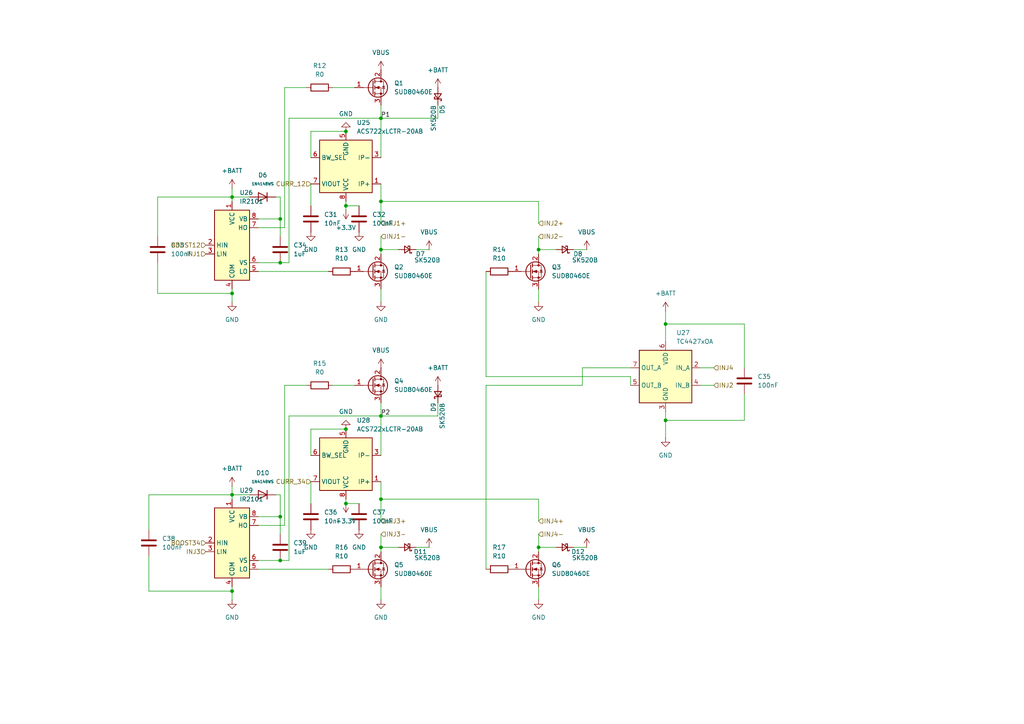
<source format=kicad_sch>
(kicad_sch (version 20250114) (generator "eeschema") (generator_version "9.0")
  (paper "A4")
  (lib_symbols
    (symbol "Device:C" (pin_numbers (hide yes)) (pin_names (offset 0.254))
      (property "Reference" "C" (at 0.635 2.54 0))
      (property "Value" "C" (at 0.635 -2.54 0))
      (symbol "C_0_1"
        (polyline (pts (xy -2.032 0.762) (xy 2.032 0.762)) (stroke (width 0.508)))
        (polyline (pts (xy -2.032 -0.762) (xy 2.032 -0.762)) (stroke (width 0.508)))
      )
      (symbol "C_1_1"
        (pin passive line (at 0 3.81 270) (length 2.794) (name "~") (number "1"))
        (pin passive line (at 0 -3.81 90) (length 2.794) (name "~") (number "2"))
      )
    )
    (symbol "Device:D_Schottky_Small" (pin_numbers (hide yes)) (pin_names (offset 0.254) (hide yes))
      (property "Reference" "D" (at -1.27 2.032 0))
      (property "Value" "D_Schottky_Small" (at -7.112 -2.032 0))
      (symbol "D_Schottky_Small_0_1"
        (polyline (pts (xy -1.27 0.762) (xy -1.27 1.016) (xy -0.762 1.016) (xy -0.762 -1.016) (xy -0.254 -1.016) (xy -0.254 -0.762)) (stroke (width 0.254)))
        (polyline (pts (xy -0.762 0) (xy 0.762 0)))
        (polyline (pts (xy 0.762 -1.016) (xy -0.762 0) (xy 0.762 1.016) (xy 0.762 -1.016)) (stroke (width 0.254)))
      )
      (symbol "D_Schottky_Small_1_1"
        (pin passive line (at -2.54 0 0) (length 1.778) (name "K") (number "1"))
        (pin passive line (at 2.54 0 180) (length 1.778) (name "A") (number "2"))
      )
    )
    (symbol "Device:R" (pin_numbers (hide yes)) (pin_names (offset 0))
      (property "Reference" "R" (at 2.032 0 90))
      (property "Value" "R" (at 0 0 90))
      (symbol "R_0_1"
        (rectangle (start -1.016 -2.54) (end 1.016 2.54) (stroke (width 0.254)))
      )
      (symbol "R_1_1"
        (pin passive line (at 0 3.81 270) (length 1.27) (name "~") (number "1"))
        (pin passive line (at 0 -3.81 90) (length 1.27) (name "~") (number "2"))
      )
    )
    (symbol "Driver_FET:IR2101"
      (property "Reference" "U" (at 1.27 13.335 0))
      (property "Value" "IR2101" (at 1.27 11.43 0))
      (symbol "IR2101_0_1"
        (rectangle (start -5.08 -10.16) (end 5.08 10.16) (stroke (width 0.254)) (fill (type background)))
      )
      (symbol "IR2101_1_1"
        (pin input line (at -7.62 0 0) (length 2.54) (name "HIN") (number "2"))
        (pin input line (at -7.62 -2.54 0) (length 2.54) (name "LIN") (number "3"))
        (pin power_in line (at 0 12.7 270) (length 2.54) (name "VCC") (number "1"))
        (pin power_in line (at 0 -12.7 90) (length 2.54) (name "COM") (number "4"))
        (pin passive line (at 7.62 7.62 180) (length 2.54) (name "VB") (number "8"))
        (pin output line (at 7.62 5.08 180) (length 2.54) (name "HO") (number "7"))
        (pin passive line (at 7.62 -5.08 180) (length 2.54) (name "VS") (number "6"))
        (pin output line (at 7.62 -7.62 180) (length 2.54) (name "LO") (number "5"))
      )
    )
    (symbol "Driver_FET:TC4427xOA"
      (property "Reference" "U" (at -7.62 8.89 0))
      (property "Value" "TC4427xOA" (at 1.27 8.89 0))
      (symbol "TC4427xOA_0_1"
        (rectangle (start -7.62 -7.62) (end 7.62 7.62) (stroke (width 0.254)) (fill (type background)))
      )
      (symbol "TC4427xOA_1_1"
        (pin input line (at -10.16 2.54 0) (length 2.54) (name "IN_A") (number "2"))
        (pin input line (at -10.16 -2.54 0) (length 2.54) (name "IN_B") (number "4"))
        (pin no_connect line (at -7.62 0 0) (length 2.54) (hide yes) (name "NC") (number "1"))
        (pin power_in line (at 0 10.16 270) (length 2.54) (name "VDD") (number "6"))
        (pin power_in line (at 0 -10.16 90) (length 2.54) (name "GND") (number "3"))
        (pin no_connect line (at 7.62 0 180) (length 2.54) (hide yes) (name "NC") (number "8"))
        (pin output line (at 10.16 2.54 180) (length 2.54) (name "OUT_A") (number "7"))
        (pin output line (at 10.16 -2.54 180) (length 2.54) (name "OUT_B") (number "5"))
      )
    )
    (symbol "PCM_JLCPCB-Diodes:Switching,1N4148WS" (pin_numbers (hide yes)) (pin_names (offset 0))
      (property "Reference" "D" (at 2.032 0.834 0))
      (property "Value" "1N4148WS" (at 2.032 -1.2122 0))
      (symbol "Switching,1N4148WS_0_1"
        (polyline (pts (xy -1.27 1.27) (xy 0 -1.27) (xy 1.27 1.27) (xy -1.27 1.27)) (stroke (width 0.254)))
        (polyline (pts (xy -1.27 -1.27) (xy 1.27 -1.27)) (stroke (width 0.254)))
      )
      (symbol "Switching,1N4148WS_1_1"
        (pin passive line (at 0 3.81 270) (length 3.81) (name "~") (number "2"))
        (pin passive line (at 0 -3.81 90) (length 3.81) (name "~") (number "1"))
      )
    )
    (symbol "Sensor_Current:ACS722xLCTR-20AB"
      (property "Reference" "U" (at 2.54 11.43 0))
      (property "Value" "ACS722xLCTR-20AB" (at 2.54 8.89 0))
      (symbol "ACS722xLCTR-20AB_0_1"
        (rectangle (start -7.62 7.62) (end 7.62 -7.62) (stroke (width 0.254)) (fill (type background)))
      )
      (symbol "ACS722xLCTR-20AB_1_1"
        (pin passive line (at -10.16 5.08 0) (length 2.54) (name "IP+") (number "1"))
        (pin passive line (at -10.16 5.08 0) (length 2.54) (hide yes) (name "IP+") (number "2"))
        (pin passive line (at -10.16 -2.54 0) (length 2.54) (name "IP-") (number "3"))
        (pin passive line (at -10.16 -2.54 0) (length 2.54) (hide yes) (name "IP-") (number "4"))
        (pin power_in line (at 0 10.16 270) (length 2.54) (name "VCC") (number "8"))
        (pin power_in line (at 0 -10.16 90) (length 2.54) (name "GND") (number "5"))
        (pin output line (at 10.16 5.08 180) (length 2.54) (name "VIOUT") (number "7"))
        (pin input line (at 10.16 -2.54 180) (length 2.54) (name "BW_SEL") (number "6"))
      )
    )
    (symbol "Transistor_FET:Q_NMOS_GDS" (pin_names (offset 0) (hide yes))
      (property "Reference" "Q" (at 5.08 1.905 0))
      (property "Value" "Q_NMOS_GDS" (at 5.08 0 0))
      (symbol "Q_NMOS_GDS_0_1"
        (polyline (pts (xy 0.254 1.905) (xy 0.254 -1.905)) (stroke (width 0.254)))
        (polyline (pts (xy 0.254 0) (xy -2.54 0)))
        (polyline (pts (xy 0.762 2.286) (xy 0.762 1.27)) (stroke (width 0.254)))
        (polyline (pts (xy 0.762 0.508) (xy 0.762 -0.508)) (stroke (width 0.254)))
        (polyline (pts (xy 0.762 -1.27) (xy 0.762 -2.286)) (stroke (width 0.254)))
        (polyline (pts (xy 0.762 -1.778) (xy 3.302 -1.778) (xy 3.302 1.778) (xy 0.762 1.778)))
        (polyline (pts (xy 1.016 0) (xy 2.032 0.381) (xy 2.032 -0.381) (xy 1.016 0)) (fill (type outline)))
        (circle (center 1.651 0) (radius 2.794) (stroke (width 0.254)))
        (polyline (pts (xy 2.54 2.54) (xy 2.54 1.778)))
        (circle (center 2.54 1.778) (radius 0.254) (fill (type outline)))
        (circle (center 2.54 -1.778) (radius 0.254) (fill (type outline)))
        (polyline (pts (xy 2.54 -2.54) (xy 2.54 0) (xy 0.762 0)))
        (polyline (pts (xy 2.921 0.381) (xy 3.683 0.381)))
        (polyline (pts (xy 3.302 0.381) (xy 2.921 -0.254) (xy 3.683 -0.254) (xy 3.302 0.381)))
      )
      (symbol "Q_NMOS_GDS_1_1"
        (pin input line (at -5.08 0 0) (length 2.54) (name "G") (number "1"))
        (pin passive line (at 2.54 5.08 270) (length 2.54) (name "D") (number "2"))
        (pin passive line (at 2.54 -5.08 90) (length 2.54) (name "S") (number "3"))
      )
    )
    (symbol "power:+3.3V" (power) (pin_numbers (hide yes)) (pin_names (offset 0) (hide yes))
      (property "Value" "+3.3V" (at 0 3.556 0))
      (symbol "+3.3V_0_1"
        (polyline (pts (xy -0.762 1.27) (xy 0 2.54)))
        (polyline (pts (xy 0 2.54) (xy 0.762 1.27)))
        (polyline (pts (xy 0 0) (xy 0 2.54)))
      )
      (symbol "+3.3V_1_1"
        (pin power_in line (at 0 0 90) (length 0) (name "~") (number "1"))
      )
    )
    (symbol "power:+BATT" (power) (pin_numbers (hide yes)) (pin_names (offset 0) (hide yes))
      (property "Value" "+BATT" (at 0 3.556 0))
      (symbol "+BATT_0_1"
        (polyline (pts (xy -0.762 1.27) (xy 0 2.54)))
        (polyline (pts (xy 0 2.54) (xy 0.762 1.27)))
        (polyline (pts (xy 0 0) (xy 0 2.54)))
      )
      (symbol "+BATT_1_1"
        (pin power_in line (at 0 0 90) (length 0) (name "~") (number "1"))
      )
    )
    (symbol "power:GND" (power) (pin_numbers (hide yes)) (pin_names (offset 0) (hide yes))
      (property "Value" "GND" (at 0 -3.81 0))
      (symbol "GND_0_1"
        (polyline (pts (xy 0 0) (xy 0 -1.27) (xy 1.27 -1.27) (xy 0 -2.54) (xy -1.27 -1.27) (xy 0 -1.27)))
      )
      (symbol "GND_1_1"
        (pin power_in line (at 0 0 270) (length 0) (name "~") (number "1"))
      )
    )
    (symbol "power:VBUS" (power) (pin_numbers (hide yes)) (pin_names (offset 0) (hide yes))
      (property "Value" "VBUS" (at 0 3.556 0))
      (symbol "VBUS_0_1"
        (polyline (pts (xy -0.762 1.27) (xy 0 2.54)))
        (polyline (pts (xy 0 2.54) (xy 0.762 1.27)))
        (polyline (pts (xy 0 0) (xy 0 2.54)))
      )
      (symbol "VBUS_1_1"
        (pin power_in line (at 0 0 90) (length 0) (name "~") (number "1"))
      )
    )
  )
  (junction (at 67.31 143.51))
  (junction (at 100.33 59.69))
  (junction (at 81.28 149.86))
  (junction (at 110.49 72.39))
  (junction (at 156.21 158.75))
  (junction (at 67.31 57.15))
  (junction (at 67.31 171.45))
  (junction (at 110.49 144.78))
  (junction (at 81.28 76.2))
  (junction (at 110.49 120.65))
  (junction (at 110.49 58.42))
  (junction (at 193.04 93.98))
  (junction (at 156.21 72.39))
  (junction (at 100.33 146.05))
  (junction (at 67.31 85.09))
  (junction (at 81.28 162.56))
  (junction (at 110.49 158.75))
  (junction (at 193.04 121.92))
  (junction (at 110.49 34.29))
  (junction (at 100.33 124.46))
  (junction (at 81.28 63.5))
  (junction (at 100.33 38.1))
  (wire (pts (xy 81.28 143.51) (xy 80.01 143.51)))
  (wire (pts (xy 110.49 58.42) (xy 110.49 64.77)))
  (wire (pts (xy 43.18 171.45) (xy 67.31 171.45)))
  (wire (pts (xy 90.17 124.46) (xy 100.33 124.46)))
  (wire (pts (xy 83.82 34.29) (xy 83.82 76.2)))
  (wire (pts (xy 156.21 154.94) (xy 156.21 158.75)))
  (wire (pts (xy 156.21 170.18) (xy 156.21 173.99)))
  (wire (pts (xy 110.49 30.48) (xy 110.49 34.29)))
  (wire (pts (xy 110.49 170.18) (xy 110.49 173.99)))
  (wire (pts (xy 67.31 143.51) (xy 72.39 143.51)))
  (wire (pts (xy 45.72 68.58) (xy 45.72 57.15)))
  (wire (pts (xy 115.57 158.75) (xy 110.49 158.75)))
  (wire (pts (xy 43.18 161.29) (xy 43.18 171.45)))
  (wire (pts (xy 90.17 38.1) (xy 100.33 38.1)))
  (wire (pts (xy 96.52 25.4) (xy 102.87 25.4)))
  (wire (pts (xy 45.72 57.15) (xy 67.31 57.15)))
  (wire (pts (xy 67.31 143.51) (xy 67.31 144.78)))
  (wire (pts (xy 83.82 76.2) (xy 81.28 76.2)))
  (wire (pts (xy 140.97 111.76) (xy 140.97 165.1)))
  (wire (pts (xy 81.28 57.15) (xy 80.01 57.15)))
  (wire (pts (xy 110.49 34.29) (xy 83.82 34.29)))
  (wire (pts (xy 156.21 58.42) (xy 110.49 58.42)))
  (wire (pts (xy 81.28 149.86) (xy 81.28 143.51)))
  (wire (pts (xy 74.93 66.04) (xy 82.55 66.04)))
  (wire (pts (xy 110.49 83.82) (xy 110.49 87.63)))
  (wire (pts (xy 74.93 149.86) (xy 81.28 149.86)))
  (wire (pts (xy 110.49 53.34) (xy 110.49 58.42)))
  (wire (pts (xy 110.49 120.65) (xy 83.82 120.65)))
  (wire (pts (xy 81.28 149.86) (xy 81.28 154.94)))
  (wire (pts (xy 156.21 68.58) (xy 156.21 72.39)))
  (wire (pts (xy 193.04 121.92) (xy 193.04 119.38)))
  (wire (pts (xy 100.33 59.69) (xy 100.33 58.42)))
  (wire (pts (xy 82.55 66.04) (xy 82.55 25.4)))
  (wire (pts (xy 67.31 140.97) (xy 67.31 143.51)))
  (wire (pts (xy 140.97 109.22) (xy 182.88 109.22)))
  (wire (pts (xy 110.49 139.7) (xy 110.49 144.78)))
  (wire (pts (xy 81.28 63.5) (xy 81.28 57.15)))
  (wire (pts (xy 90.17 132.08) (xy 90.17 124.46)))
  (wire (pts (xy 81.28 63.5) (xy 81.28 68.58)))
  (wire (pts (xy 90.17 59.69) (xy 90.17 53.34)))
  (wire (pts (xy 74.93 76.2) (xy 81.28 76.2)))
  (wire (pts (xy 67.31 57.15) (xy 67.31 58.42)))
  (wire (pts (xy 43.18 143.51) (xy 67.31 143.51)))
  (wire (pts (xy 67.31 83.82) (xy 67.31 85.09)))
  (wire (pts (xy 161.29 72.39) (xy 156.21 72.39)))
  (wire (pts (xy 182.88 109.22) (xy 182.88 111.76)))
  (wire (pts (xy 156.21 144.78) (xy 110.49 144.78)))
  (wire (pts (xy 67.31 57.15) (xy 72.39 57.15)))
  (wire (pts (xy 156.21 83.82) (xy 156.21 87.63)))
  (wire (pts (xy 67.31 171.45) (xy 67.31 173.99)))
  (wire (pts (xy 100.33 60.96) (xy 100.33 59.69)))
  (wire (pts (xy 203.2 106.68) (xy 207.01 106.68)))
  (wire (pts (xy 161.29 158.75) (xy 156.21 158.75)))
  (wire (pts (xy 193.04 127) (xy 193.04 121.92)))
  (wire (pts (xy 115.57 72.39) (xy 110.49 72.39)))
  (wire (pts (xy 215.9 121.92) (xy 193.04 121.92)))
  (wire (pts (xy 110.49 34.29) (xy 127 34.29)))
  (wire (pts (xy 127 34.29) (xy 127 30.48)))
  (wire (pts (xy 43.18 153.67) (xy 43.18 143.51)))
  (wire (pts (xy 83.82 162.56) (xy 81.28 162.56)))
  (wire (pts (xy 45.72 85.09) (xy 67.31 85.09)))
  (wire (pts (xy 156.21 151.13) (xy 156.21 144.78)))
  (wire (pts (xy 110.49 144.78) (xy 110.49 151.13)))
  (wire (pts (xy 124.46 72.39) (xy 120.65 72.39)))
  (wire (pts (xy 193.04 93.98) (xy 193.04 99.06)))
  (wire (pts (xy 215.9 93.98) (xy 193.04 93.98)))
  (wire (pts (xy 110.49 68.58) (xy 110.49 72.39)))
  (wire (pts (xy 82.55 111.76) (xy 88.9 111.76)))
  (wire (pts (xy 168.91 111.76) (xy 168.91 106.68)))
  (wire (pts (xy 110.49 120.65) (xy 127 120.65)))
  (wire (pts (xy 140.97 78.74) (xy 140.97 109.22)))
  (wire (pts (xy 156.21 158.75) (xy 156.21 160.02)))
  (wire (pts (xy 110.49 154.94) (xy 110.49 158.75)))
  (wire (pts (xy 67.31 54.61) (xy 67.31 57.15)))
  (wire (pts (xy 193.04 90.17) (xy 193.04 93.98)))
  (wire (pts (xy 74.93 152.4) (xy 82.55 152.4)))
  (wire (pts (xy 90.17 146.05) (xy 90.17 139.7)))
  (wire (pts (xy 90.17 45.72) (xy 90.17 38.1)))
  (wire (pts (xy 82.55 152.4) (xy 82.55 111.76)))
  (wire (pts (xy 74.93 63.5) (xy 81.28 63.5)))
  (wire (pts (xy 110.49 116.84) (xy 110.49 120.65)))
  (wire (pts (xy 100.33 59.69) (xy 104.14 59.69)))
  (wire (pts (xy 74.93 162.56) (xy 81.28 162.56)))
  (wire (pts (xy 156.21 72.39) (xy 156.21 73.66)))
  (wire (pts (xy 140.97 111.76) (xy 168.91 111.76)))
  (wire (pts (xy 203.2 111.76) (xy 207.01 111.76)))
  (wire (pts (xy 100.33 146.05) (xy 104.14 146.05)))
  (wire (pts (xy 74.93 165.1) (xy 95.25 165.1)))
  (wire (pts (xy 82.55 25.4) (xy 88.9 25.4)))
  (wire (pts (xy 215.9 106.68) (xy 215.9 93.98)))
  (wire (pts (xy 83.82 120.65) (xy 83.82 162.56)))
  (wire (pts (xy 170.18 72.39) (xy 166.37 72.39)))
  (wire (pts (xy 96.52 111.76) (xy 102.87 111.76)))
  (wire (pts (xy 127 120.65) (xy 127 116.84)))
  (wire (pts (xy 74.93 78.74) (xy 95.25 78.74)))
  (wire (pts (xy 100.33 146.05) (xy 100.33 144.78)))
  (wire (pts (xy 67.31 85.09) (xy 67.31 87.63)))
  (wire (pts (xy 110.49 72.39) (xy 110.49 73.66)))
  (wire (pts (xy 170.18 158.75) (xy 166.37 158.75)))
  (wire (pts (xy 215.9 114.3) (xy 215.9 121.92)))
  (wire (pts (xy 124.46 158.75) (xy 120.65 158.75)))
  (wire (pts (xy 110.49 120.65) (xy 110.49 132.08)))
  (wire (pts (xy 168.91 106.68) (xy 182.88 106.68)))
  (wire (pts (xy 110.49 158.75) (xy 110.49 160.02)))
  (wire (pts (xy 67.31 170.18) (xy 67.31 171.45)))
  (wire (pts (xy 110.49 34.29) (xy 110.49 45.72)))
  (wire (pts (xy 156.21 64.77) (xy 156.21 58.42)))
  (wire (pts (xy 45.72 76.2) (xy 45.72 85.09)))
  (label "P1" (at 110.49 34.29 0))
  (label "P2" (at 110.49 120.65 0))
  (hierarchical_label "INJ1-" (shape input) (at 110.49 68.58 0))
  (hierarchical_label "INJ2-" (shape input) (at 156.21 68.58 0))
  (hierarchical_label "INJ4-" (shape input) (at 156.21 154.94 0))
  (hierarchical_label "INJ4" (shape input) (at 207.01 106.68 0))
  (hierarchical_label "INJ4+" (shape input) (at 156.21 151.13 0))
  (hierarchical_label "CURR_12" (shape input) (at 90.17 53.34 180))
  (hierarchical_label "CURR_34" (shape input) (at 90.17 139.7 180))
  (hierarchical_label "BOOST12" (shape input) (at 59.69 71.12 180))
  (hierarchical_label "INJ3+" (shape input) (at 110.49 151.13 0))
  (hierarchical_label "INJ2+" (shape input) (at 156.21 64.77 0))
  (hierarchical_label "INJ1+" (shape input) (at 110.49 64.77 0))
  (hierarchical_label "INJ3" (shape input) (at 59.69 160.02 180))
  (hierarchical_label "INJ3-" (shape input) (at 110.49 154.94 0))
  (hierarchical_label "INJ2" (shape input) (at 207.01 111.76 0))
  (hierarchical_label "INJ1" (shape input) (at 59.69 73.66 180))
  (hierarchical_label "BOOST34" (shape input) (at 59.69 157.48 180))
  (symbol (lib_id "power:+3.3V") (at 100.33 60.96 180) (unit 1)
    (property "Reference" "#PWR0124" (effects (hide yes)))
    (property "Value" "+3.3V" (at 100.33 66.04 0))
    (property "Description" "Power symbol creates a global label with name \"+3.3V\"" (effects (hide yes)))
    (instances (project "RT_STACK" (path "" (reference "#PWR0124") (unit 1)) (path "" (reference "#PWR0150") (unit 1)) (path "" (reference "#PWR0176") (unit 1))))
  )
  (symbol (lib_id "PCM_JLCPCB-Diodes:Switching,1N4148WS") (at 76.2 143.51 90) (unit 1)
    (property "Reference" "D10" (at 76.2 137.16 90))
    (property "Value" "1N4148WS" (at 76.2 139.7 90) (effects (font (size 0.8 0.8))))
    (property "Footprint" "PCM_JLCPCB:D_SOD-323" (effects (hide yes)))
    (property "Datasheet" "https://www.lcsc.com/datasheet/lcsc_datasheet_1810101110_Jiangsu-Changjing-Electronics-Technology-Co---Ltd--1N4148WS_C2128.pdf" (effects (hide yes)))
    (property "Description" "100V Independent Type 1.25V@150mA 4ns 150mA SOD-323 Switching Diodes ROHS" (effects (hide yes)))
    (property "LCSC" "C2128" (effects (hide yes)))
    (property "Stock" "2910418" (effects (hide yes)))
    (property "Price" "0.012USD" (effects (hide yes)))
    (property "Process" "SMT" (effects (hide yes)))
    (property "Minimum Qty" "20" (effects (hide yes)))
    (property "Attrition Qty" "10" (effects (hide yes)))
    (property "Class" "Basic Component" (effects (hide yes)))
    (property "Category" "Diodes,Switching Diode" (effects (hide yes)))
    (property "Manufacturer" "Changjiang Electronics Tech (CJ)" (effects (hide yes)))
    (property "Part" "1N4148WS" (effects (hide yes)))
    (property "Rectified Current" "150mA" (effects (hide yes)))
    (property "Forward Voltage (Vf@If)" "1.25V@150mA" (effects (hide yes)))
    (property "Reverse Voltage (Vr)" "100V" (effects (hide yes)))
    (property "Reverse Recovery Time (trr)" "4ns" (effects (hide yes)))
    (property "Diode Configuration" "Independent Type" (effects (hide yes)))
    (property "Reverse Leakage Current" "1uA@75V" (effects (hide yes)))
    (instances (project "RT_STACK" (path "" (reference "D10") (unit 1)) (path "" (reference "D18") (unit 1)) (path "" (reference "D26") (unit 1))))
  )
  (symbol (lib_id "power:GND") (at 110.49 173.99 0) (unit 1)
    (property "Reference" "#PWR0144" (effects (hide yes)))
    (property "Value" "GND" (at 110.49 179.07 0))
    (property "Description" "Power symbol creates a global label with name \"GND\" , ground" (effects (hide yes)))
    (instances (project "RT_STACK" (path "" (reference "#PWR0144") (unit 1)) (path "" (reference "#PWR0170") (unit 1)) (path "" (reference "#PWR0196") (unit 1))))
  )
  (symbol (lib_id "power:+BATT") (at 67.31 54.61 0) (unit 1)
    (property "Reference" "#PWR0123" (effects (hide yes)))
    (property "Value" "+BATT" (at 67.31 49.53 0))
    (property "Description" "Power symbol creates a global label with name \"+BATT\"" (effects (hide yes)))
    (instances (project "RT_STACK" (path "" (reference "#PWR0123") (unit 1)) (path "" (reference "#PWR0149") (unit 1)) (path "" (reference "#PWR0175") (unit 1))))
  )
  (symbol (lib_id "Device:R") (at 99.06 165.1 270) (mirror x) (unit 1)
    (property "Reference" "R16" (at 99.06 158.75 90))
    (property "Value" "R10" (at 99.06 161.29 90))
    (property "Footprint" "Resistor_SMD:R_0402_1005Metric" (effects (hide yes)))
    (property "Description" "Resistor" (effects (hide yes)))
    (instances (project "RT_STACK" (path "" (reference "R16") (unit 1)) (path "" (reference "R22") (unit 1)) (path "" (reference "R28") (unit 1))))
  )
  (symbol (lib_id "power:GND") (at 100.33 38.1 180) (unit 1)
    (property "Reference" "#PWR0122" (effects (hide yes)))
    (property "Value" "GND" (at 100.33 33.02 0))
    (property "Description" "Power symbol creates a global label with name \"GND\" , ground" (effects (hide yes)))
    (instances (project "RT_STACK" (path "" (reference "#PWR0122") (unit 1)) (path "" (reference "#PWR0148") (unit 1)) (path "" (reference "#PWR0174") (unit 1))))
  )
  (symbol (lib_id "power:GND") (at 104.14 67.31 0) (unit 1)
    (property "Reference" "#PWR0126" (effects (hide yes)))
    (property "Value" "GND" (at 104.14 72.39 0))
    (property "Description" "Power symbol creates a global label with name \"GND\" , ground" (effects (hide yes)))
    (instances (project "RT_STACK" (path "" (reference "#PWR0126") (unit 1)) (path "" (reference "#PWR0152") (unit 1)) (path "" (reference "#PWR0178") (unit 1))))
  )
  (symbol (lib_id "power:VBUS") (at 110.49 20.32 0) (unit 1)
    (property "Reference" "#PWR0120" (effects (hide yes)))
    (property "Value" "VBUS" (at 110.49 15.24 0))
    (property "Description" "Power symbol creates a global label with name \"VBUS\"" (effects (hide yes)))
    (instances (project "RT_STACK" (path "" (reference "#PWR0120") (unit 1)) (path "" (reference "#PWR0146") (unit 1)) (path "" (reference "#PWR0172") (unit 1))))
  )
  (symbol (lib_id "power:VBUS") (at 110.49 106.68 0) (unit 1)
    (property "Reference" "#PWR0133" (effects (hide yes)))
    (property "Value" "VBUS" (at 110.49 101.6 0))
    (property "Description" "Power symbol creates a global label with name \"VBUS\"" (effects (hide yes)))
    (instances (project "RT_STACK" (path "" (reference "#PWR0133") (unit 1)) (path "" (reference "#PWR0159") (unit 1)) (path "" (reference "#PWR0185") (unit 1))))
  )
  (symbol (lib_id "power:GND") (at 110.49 87.63 0) (unit 1)
    (property "Reference" "#PWR0130" (effects (hide yes)))
    (property "Value" "GND" (at 110.49 92.71 0))
    (property "Description" "Power symbol creates a global label with name \"GND\" , ground" (effects (hide yes)))
    (instances (project "RT_STACK" (path "" (reference "#PWR0130") (unit 1)) (path "" (reference "#PWR0156") (unit 1)) (path "" (reference "#PWR0182") (unit 1))))
  )
  (symbol (lib_id "Transistor_FET:Q_NMOS_GDS") (at 107.95 78.74 0) (unit 1)
    (property "Reference" "Q2" (at 114.3 77.4699 0) (effects (justify left)))
    (property "Value" "SUD80460E" (at 114.3 80.0099 0) (effects (justify left)))
    (property "Footprint" "Package_TO_SOT_SMD:TO-252-2" (effects (hide yes)))
    (property "Description" "N-MOSFET transistor, gate/drain/source" (effects (hide yes)))
    (instances (project "RT_STACK" (path "" (reference "Q2") (unit 1)) (path "" (reference "Q8") (unit 1)) (path "" (reference "Q14") (unit 1))))
  )
  (symbol (lib_id "Sensor_Current:ACS722xLCTR-20AB") (at 100.33 134.62 180) (unit 1)
    (property "Reference" "U28" (at 103.4481 121.92 0) (effects (justify right)))
    (property "Value" "ACS722xLCTR-20AB" (at 103.4481 124.46 0) (effects (justify right)))
    (property "Footprint" "Package_SO:SOIC-8_3.9x4.9mm_P1.27mm" (effects (hide yes)))
    (property "Datasheet" "http://www.allegromicro.com/~/media/Files/Datasheets/ACS722-Datasheet.ashx?la=en" (effects (hide yes)))
    (property "Description" "±20A Bidirectional Hall-Effect Current Sensor, +3.3V supply, 66mV/A, SOIC-8" (effects (hide yes)))
    (instances (project "RT_STACK" (path "" (reference "U28") (unit 1)) (path "" (reference "U33") (unit 1)) (path "" (reference "U38") (unit 1))))
  )
  (symbol (lib_id "Device:D_Schottky_Small") (at 118.11 158.75 180) (unit 1)
    (property "Reference" "D11" (at 121.92 160.02 0))
    (property "Value" "SK520B" (at 123.952 161.798 0))
    (property "Footprint" "Diode_SMD:D_SMB" (effects (hide yes)))
    (property "LCSC" "C139681" (effects (hide yes)))
    (instances (project "RT_STACK" (path "" (reference "D11") (unit 1)) (path "" (reference "D19") (unit 1)) (path "" (reference "D27") (unit 1))))
  )
  (symbol (lib_id "Device:D_Schottky_Small") (at 127 114.3 90) (unit 1)
    (property "Reference" "D9" (at 125.73 118.11 0))
    (property "Value" "SK520B" (at 128.27 120.65 0))
    (property "Footprint" "Diode_SMD:D_SMB" (effects (hide yes)))
    (property "LCSC" "C139681" (effects (hide yes)))
    (instances (project "RT_STACK" (path "" (reference "D9") (unit 1)) (path "" (reference "D17") (unit 1)) (path "" (reference "D25") (unit 1))))
  )
  (symbol (lib_id "power:GND") (at 90.17 153.67 0) (unit 1)
    (property "Reference" "#PWR0139" (effects (hide yes)))
    (property "Value" "GND" (at 90.17 158.75 0))
    (property "Description" "Power symbol creates a global label with name \"GND\" , ground" (effects (hide yes)))
    (instances (project "RT_STACK" (path "" (reference "#PWR0139") (unit 1)) (path "" (reference "#PWR0165") (unit 1)) (path "" (reference "#PWR0191") (unit 1))))
  )
  (symbol (lib_id "Device:C") (at 81.28 72.39 0) (unit 1)
    (property "Reference" "C34" (at 85.09 71.1199 0) (effects (justify left)))
    (property "Value" "1uF" (at 85.09 73.6599 0) (effects (justify left)))
    (property "Footprint" "Capacitor_SMD:C_0402_1005Metric" (effects (hide yes)))
    (property "Datasheet" "GRM155R61H105KE05D" (effects (hide yes)))
    (property "Description" "Unpolarized capacitor" (effects (hide yes)))
    (property "Field5" "C1518208" (effects (hide yes)))
    (instances (project "RT_STACK" (path "" (reference "C34") (unit 1)) (path "" (reference "C43") (unit 1)) (path "" (reference "C52") (unit 1))))
  )
  (symbol (lib_id "Device:C") (at 104.14 149.86 0) (unit 1)
    (property "Reference" "C37" (at 107.95 148.5899 0) (effects (justify left)))
    (property "Value" "100nF" (at 107.95 151.1299 0) (effects (justify left)))
    (property "Footprint" "Capacitor_SMD:C_0402_1005Metric" (effects (hide yes)))
    (property "Description" "Unpolarized capacitor" (effects (hide yes)))
    (instances (project "RT_STACK" (path "" (reference "C37") (unit 1)) (path "" (reference "C46") (unit 1)) (path "" (reference "C55") (unit 1))))
  )
  (symbol (lib_id "Device:R") (at 144.78 78.74 90) (unit 1)
    (property "Reference" "R14" (at 144.78 72.39 90))
    (property "Value" "R10" (at 144.78 74.93 90))
    (property "Footprint" "Resistor_SMD:R_0402_1005Metric" (effects (hide yes)))
    (property "Description" "Resistor" (effects (hide yes)))
    (instances (project "RT_STACK" (path "" (reference "R14") (unit 1)) (path "" (reference "R20") (unit 1)) (path "" (reference "R26") (unit 1))))
  )
  (symbol (lib_id "Device:C") (at 43.18 157.48 0) (unit 1)
    (property "Reference" "C38" (at 46.99 156.2099 0) (effects (justify left)))
    (property "Value" "100nF" (at 46.99 158.7499 0) (effects (justify left)))
    (property "Footprint" "Capacitor_SMD:C_0402_1005Metric" (effects (hide yes)))
    (property "Description" "Unpolarized capacitor" (effects (hide yes)))
    (instances (project "RT_STACK" (path "" (reference "C38") (unit 1)) (path "" (reference "C47") (unit 1)) (path "" (reference "C56") (unit 1))))
  )
  (symbol (lib_id "power:GND") (at 156.21 173.99 0) (unit 1)
    (property "Reference" "#PWR0145" (effects (hide yes)))
    (property "Value" "GND" (at 156.21 179.07 0))
    (property "Description" "Power symbol creates a global label with name \"GND\" , ground" (effects (hide yes)))
    (instances (project "RT_STACK" (path "" (reference "#PWR0145") (unit 1)) (path "" (reference "#PWR0171") (unit 1)) (path "" (reference "#PWR0197") (unit 1))))
  )
  (symbol (lib_id "power:+BATT") (at 127 111.76 0) (unit 1)
    (property "Reference" "#PWR0134" (effects (hide yes)))
    (property "Value" "+BATT" (at 127 106.68 0))
    (property "Description" "Power symbol creates a global label with name \"+BATT\"" (effects (hide yes)))
    (instances (project "RT_STACK" (path "" (reference "#PWR0134") (unit 1)) (path "" (reference "#PWR0160") (unit 1)) (path "" (reference "#PWR0186") (unit 1))))
  )
  (symbol (lib_id "Driver_FET:IR2101") (at 67.31 71.12 0) (unit 1)
    (property "Reference" "U26" (at 69.4533 55.88 0) (effects (justify left)))
    (property "Value" "IR2101" (at 69.4533 58.42 0) (effects (justify left)))
    (property "Footprint" "PCM_JLCPCB:SOIC-8_3.9x4.9mm_P1.27mm" (effects (hide yes)))
    (property "Datasheet" "https://www.infineon.com/dgdl/ir2101.pdf?fileId=5546d462533600a4015355c7a755166c" (effects (hide yes)))
    (property "Description" "High and Low Side Driver, 600V, 210/360mA, PDIP-8/SOIC-8" (effects (hide yes)))
    (instances (project "RT_STACK" (path "" (reference "U26") (unit 1)) (path "" (reference "U31") (unit 1)) (path "" (reference "U36") (unit 1))))
  )
  (symbol (lib_id "Driver_FET:TC4427xOA") (at 193.04 109.22 0) (mirror y) (unit 1)
    (property "Reference" "U27" (at 196.1581 96.52 0) (effects (justify right)))
    (property "Value" "TC4427xOA" (at 196.1581 99.06 0) (effects (justify right)))
    (property "Footprint" "Package_SO:SOIC-8_3.9x4.9mm_P1.27mm" (effects (hide yes)))
    (property "Datasheet" "https://ww1.microchip.com/downloads/en/DeviceDoc/20001422G.pdf" (effects (hide yes)))
    (property "Description" "1.5A Dual High-Speed Power MOSFET Drivers, 4.5...18V supply, TTL/CMOS compatible inputs, non-inverting drivers, SOIC-8" (effects (hide yes)))
    (property "JLC" "C640788" (effects (hide yes)))
    (instances (project "RT_STACK" (path "" (reference "U27") (unit 1)) (path "" (reference "U32") (unit 1)) (path "" (reference "U37") (unit 1))))
  )
  (symbol (lib_id "Device:C") (at 90.17 149.86 0) (unit 1)
    (property "Reference" "C36" (at 93.98 148.5899 0) (effects (justify left)))
    (property "Value" "10nF" (at 93.98 151.1299 0) (effects (justify left)))
    (property "Footprint" "Capacitor_SMD:C_0402_1005Metric" (effects (hide yes)))
    (property "Description" "Unpolarized capacitor" (effects (hide yes)))
    (instances (project "RT_STACK" (path "" (reference "C36") (unit 1)) (path "" (reference "C45") (unit 1)) (path "" (reference "C54") (unit 1))))
  )
  (symbol (lib_id "power:+BATT") (at 127 25.4 0) (unit 1)
    (property "Reference" "#PWR0121" (effects (hide yes)))
    (property "Value" "+BATT" (at 127 20.32 0))
    (property "Description" "Power symbol creates a global label with name \"+BATT\"" (effects (hide yes)))
    (instances (project "RT_STACK" (path "" (reference "#PWR0121") (unit 1)) (path "" (reference "#PWR0147") (unit 1)) (path "" (reference "#PWR0173") (unit 1))))
  )
  (symbol (lib_id "power:VBUS") (at 124.46 72.39 0) (unit 1)
    (property "Reference" "#PWR0127" (effects (hide yes)))
    (property "Value" "VBUS" (at 124.46 67.31 0))
    (property "Description" "Power symbol creates a global label with name \"VBUS\"" (effects (hide yes)))
    (instances (project "RT_STACK" (path "" (reference "#PWR0127") (unit 1)) (path "" (reference "#PWR0153") (unit 1)) (path "" (reference "#PWR0179") (unit 1))))
  )
  (symbol (lib_id "Device:C") (at 81.28 158.75 0) (unit 1)
    (property "Reference" "C39" (at 85.09 157.4799 0) (effects (justify left)))
    (property "Value" "1uF" (at 85.09 160.0199 0) (effects (justify left)))
    (property "Footprint" "Capacitor_SMD:C_0402_1005Metric" (effects (hide yes)))
    (property "Datasheet" "GRM155R61H105KE05D" (effects (hide yes)))
    (property "Description" "Unpolarized capacitor" (effects (hide yes)))
    (property "Field5" "C1518208" (effects (hide yes)))
    (instances (project "RT_STACK" (path "" (reference "C39") (unit 1)) (path "" (reference "C48") (unit 1)) (path "" (reference "C57") (unit 1))))
  )
  (symbol (lib_id "Device:C") (at 45.72 72.39 0) (unit 1)
    (property "Reference" "C33" (at 49.53 71.1199 0) (effects (justify left)))
    (property "Value" "100nF" (at 49.53 73.6599 0) (effects (justify left)))
    (property "Footprint" "Capacitor_SMD:C_0402_1005Metric" (effects (hide yes)))
    (property "Description" "Unpolarized capacitor" (effects (hide yes)))
    (instances (project "RT_STACK" (path "" (reference "C33") (unit 1)) (path "" (reference "C42") (unit 1)) (path "" (reference "C51") (unit 1))))
  )
  (symbol (lib_id "power:GND") (at 104.14 153.67 0) (unit 1)
    (property "Reference" "#PWR0140" (effects (hide yes)))
    (property "Value" "GND" (at 104.14 158.75 0))
    (property "Description" "Power symbol creates a global label with name \"GND\" , ground" (effects (hide yes)))
    (instances (project "RT_STACK" (path "" (reference "#PWR0140") (unit 1)) (path "" (reference "#PWR0166") (unit 1)) (path "" (reference "#PWR0192") (unit 1))))
  )
  (symbol (lib_id "PCM_JLCPCB-Diodes:Switching,1N4148WS") (at 76.2 57.15 90) (unit 1)
    (property "Reference" "D6" (at 76.2 50.8 90))
    (property "Value" "1N4148WS" (at 76.2 53.34 90) (effects (font (size 0.8 0.8))))
    (property "Footprint" "PCM_JLCPCB:D_SOD-323" (effects (hide yes)))
    (property "Datasheet" "https://www.lcsc.com/datasheet/lcsc_datasheet_1810101110_Jiangsu-Changjing-Electronics-Technology-Co---Ltd--1N4148WS_C2128.pdf" (effects (hide yes)))
    (property "Description" "100V Independent Type 1.25V@150mA 4ns 150mA SOD-323 Switching Diodes ROHS" (effects (hide yes)))
    (property "LCSC" "C2128" (effects (hide yes)))
    (property "Stock" "2910418" (effects (hide yes)))
    (property "Price" "0.012USD" (effects (hide yes)))
    (property "Process" "SMT" (effects (hide yes)))
    (property "Minimum Qty" "20" (effects (hide yes)))
    (property "Attrition Qty" "10" (effects (hide yes)))
    (property "Class" "Basic Component" (effects (hide yes)))
    (property "Category" "Diodes,Switching Diode" (effects (hide yes)))
    (property "Manufacturer" "Changjiang Electronics Tech (CJ)" (effects (hide yes)))
    (property "Part" "1N4148WS" (effects (hide yes)))
    (property "Rectified Current" "150mA" (effects (hide yes)))
    (property "Forward Voltage (Vf@If)" "1.25V@150mA" (effects (hide yes)))
    (property "Reverse Voltage (Vr)" "100V" (effects (hide yes)))
    (property "Reverse Recovery Time (trr)" "4ns" (effects (hide yes)))
    (property "Diode Configuration" "Independent Type" (effects (hide yes)))
    (property "Reverse Leakage Current" "1uA@75V" (effects (hide yes)))
    (instances (project "RT_STACK" (path "" (reference "D6") (unit 1)) (path "" (reference "D14") (unit 1)) (path "" (reference "D22") (unit 1))))
  )
  (symbol (lib_id "Driver_FET:IR2101") (at 67.31 157.48 0) (unit 1)
    (property "Reference" "U29" (at 69.4533 142.24 0) (effects (justify left)))
    (property "Value" "IR2101" (at 69.4533 144.78 0) (effects (justify left)))
    (property "Footprint" "PCM_JLCPCB:SOIC-8_3.9x4.9mm_P1.27mm" (effects (hide yes)))
    (property "Datasheet" "https://www.infineon.com/dgdl/ir2101.pdf?fileId=5546d462533600a4015355c7a755166c" (effects (hide yes)))
    (property "Description" "High and Low Side Driver, 600V, 210/360mA, PDIP-8/SOIC-8" (effects (hide yes)))
    (instances (project "RT_STACK" (path "" (reference "U29") (unit 1)) (path "" (reference "U34") (unit 1)) (path "" (reference "U39") (unit 1))))
  )
  (symbol (lib_id "Device:C") (at 215.9 110.49 0) (unit 1)
    (property "Reference" "C35" (at 219.71 109.2199 0) (effects (justify left)))
    (property "Value" "100nF" (at 219.71 111.7599 0) (effects (justify left)))
    (property "Footprint" "Capacitor_SMD:C_0402_1005Metric" (effects (hide yes)))
    (property "Description" "Unpolarized capacitor" (effects (hide yes)))
    (instances (project "RT_STACK" (path "" (reference "C35") (unit 1)) (path "" (reference "C44") (unit 1)) (path "" (reference "C53") (unit 1))))
  )
  (symbol (lib_id "Device:R") (at 92.71 25.4 90) (unit 1)
    (property "Reference" "R12" (at 92.71 19.05 90))
    (property "Value" "R0" (at 92.71 21.59 90))
    (property "Footprint" "Resistor_SMD:R_0402_1005Metric" (effects (hide yes)))
    (property "Description" "Resistor" (effects (hide yes)))
    (instances (project "RT_STACK" (path "" (reference "R12") (unit 1)) (path "" (reference "R18") (unit 1)) (path "" (reference "R24") (unit 1))))
  )
  (symbol (lib_id "Device:D_Schottky_Small") (at 127 27.94 270) (mirror x) (unit 1)
    (property "Reference" "D5" (at 128.27 31.75 0))
    (property "Value" "SK520B" (at 125.73 34.29 0))
    (property "Footprint" "Diode_SMD:D_SMB" (effects (hide yes)))
    (property "LCSC" "C139681" (effects (hide yes)))
    (instances (project "RT_STACK" (path "" (reference "D5") (unit 1)) (path "" (reference "D13") (unit 1)) (path "" (reference "D21") (unit 1))))
  )
  (symbol (lib_id "power:VBUS") (at 170.18 158.75 0) (unit 1)
    (property "Reference" "#PWR0142" (effects (hide yes)))
    (property "Value" "VBUS" (at 170.18 153.67 0))
    (property "Description" "Power symbol creates a global label with name \"VBUS\"" (effects (hide yes)))
    (instances (project "RT_STACK" (path "" (reference "#PWR0142") (unit 1)) (path "" (reference "#PWR0168") (unit 1)) (path "" (reference "#PWR0194") (unit 1))))
  )
  (symbol (lib_id "Device:R") (at 92.71 111.76 90) (unit 1)
    (property "Reference" "R15" (at 92.71 105.41 90))
    (property "Value" "R0" (at 92.71 107.95 90))
    (property "Footprint" "Resistor_SMD:R_0402_1005Metric" (effects (hide yes)))
    (property "Description" "Resistor" (effects (hide yes)))
    (instances (project "RT_STACK" (path "" (reference "R15") (unit 1)) (path "" (reference "R21") (unit 1)) (path "" (reference "R27") (unit 1))))
  )
  (symbol (lib_id "Device:D_Schottky_Small") (at 163.83 158.75 180) (unit 1)
    (property "Reference" "D12" (at 167.64 160.02 0))
    (property "Value" "SK520B" (at 169.672 161.798 0))
    (property "Footprint" "Diode_SMD:D_SMB" (effects (hide yes)))
    (property "LCSC" "C139681" (effects (hide yes)))
    (instances (project "RT_STACK" (path "" (reference "D12") (unit 1)) (path "" (reference "D20") (unit 1)) (path "" (reference "D28") (unit 1))))
  )
  (symbol (lib_id "power:GND") (at 67.31 87.63 0) (unit 1)
    (property "Reference" "#PWR0129" (effects (hide yes)))
    (property "Value" "GND" (at 67.31 92.71 0))
    (property "Description" "Power symbol creates a global label with name \"GND\" , ground" (effects (hide yes)))
    (instances (project "RT_STACK" (path "" (reference "#PWR0129") (unit 1)) (path "" (reference "#PWR0155") (unit 1)) (path "" (reference "#PWR0181") (unit 1))))
  )
  (symbol (lib_id "power:GND") (at 156.21 87.63 0) (unit 1)
    (property "Reference" "#PWR0131" (effects (hide yes)))
    (property "Value" "GND" (at 156.21 92.71 0))
    (property "Description" "Power symbol creates a global label with name \"GND\" , ground" (effects (hide yes)))
    (instances (project "RT_STACK" (path "" (reference "#PWR0131") (unit 1)) (path "" (reference "#PWR0157") (unit 1)) (path "" (reference "#PWR0183") (unit 1))))
  )
  (symbol (lib_id "Device:R") (at 144.78 165.1 90) (unit 1)
    (property "Reference" "R17" (at 144.78 158.75 90))
    (property "Value" "R10" (at 144.78 161.29 90))
    (property "Footprint" "Resistor_SMD:R_0402_1005Metric" (effects (hide yes)))
    (property "Description" "Resistor" (effects (hide yes)))
    (instances (project "RT_STACK" (path "" (reference "R17") (unit 1)) (path "" (reference "R23") (unit 1)) (path "" (reference "R29") (unit 1))))
  )
  (symbol (lib_id "power:+3.3V") (at 100.33 146.05 180) (unit 1)
    (property "Reference" "#PWR0138" (effects (hide yes)))
    (property "Value" "+3.3V" (at 100.33 151.13 0))
    (property "Description" "Power symbol creates a global label with name \"+3.3V\"" (effects (hide yes)))
    (instances (project "RT_STACK" (path "" (reference "#PWR0138") (unit 1)) (path "" (reference "#PWR0164") (unit 1)) (path "" (reference "#PWR0190") (unit 1))))
  )
  (symbol (lib_id "Transistor_FET:Q_NMOS_GDS") (at 153.67 165.1 0) (unit 1)
    (property "Reference" "Q6" (at 160.02 163.8299 0) (effects (justify left)))
    (property "Value" "SUD80460E" (at 160.02 166.3699 0) (effects (justify left)))
    (property "Footprint" "Package_TO_SOT_SMD:TO-252-2" (effects (hide yes)))
    (property "Description" "N-MOSFET transistor, gate/drain/source" (effects (hide yes)))
    (instances (project "RT_STACK" (path "" (reference "Q6") (unit 1)) (path "" (reference "Q12") (unit 1)) (path "" (reference "Q18") (unit 1))))
  )
  (symbol (lib_id "Device:D_Schottky_Small") (at 163.83 72.39 180) (unit 1)
    (property "Reference" "D8" (at 167.64 73.66 0))
    (property "Value" "SK520B" (at 169.672 75.438 0))
    (property "Footprint" "Diode_SMD:D_SMB" (effects (hide yes)))
    (property "LCSC" "C139681" (effects (hide yes)))
    (instances (project "RT_STACK" (path "" (reference "D8") (unit 1)) (path "" (reference "D16") (unit 1)) (path "" (reference "D24") (unit 1))))
  )
  (symbol (lib_id "Device:D_Schottky_Small") (at 118.11 72.39 180) (unit 1)
    (property "Reference" "D7" (at 121.92 73.66 0))
    (property "Value" "SK520B" (at 123.952 75.438 0))
    (property "Footprint" "Diode_SMD:D_SMB" (effects (hide yes)))
    (property "LCSC" "C139681" (effects (hide yes)))
    (instances (project "RT_STACK" (path "" (reference "D7") (unit 1)) (path "" (reference "D15") (unit 1)) (path "" (reference "D23") (unit 1))))
  )
  (symbol (lib_id "power:GND") (at 100.33 124.46 180) (unit 1)
    (property "Reference" "#PWR0135" (effects (hide yes)))
    (property "Value" "GND" (at 100.33 119.38 0))
    (property "Description" "Power symbol creates a global label with name \"GND\" , ground" (effects (hide yes)))
    (instances (project "RT_STACK" (path "" (reference "#PWR0135") (unit 1)) (path "" (reference "#PWR0161") (unit 1)) (path "" (reference "#PWR0187") (unit 1))))
  )
  (symbol (lib_id "power:+BATT") (at 67.31 140.97 0) (unit 1)
    (property "Reference" "#PWR0137" (effects (hide yes)))
    (property "Value" "+BATT" (at 67.31 135.89 0))
    (property "Description" "Power symbol creates a global label with name \"+BATT\"" (effects (hide yes)))
    (instances (project "RT_STACK" (path "" (reference "#PWR0137") (unit 1)) (path "" (reference "#PWR0163") (unit 1)) (path "" (reference "#PWR0189") (unit 1))))
  )
  (symbol (lib_id "Device:C") (at 90.17 63.5 0) (unit 1)
    (property "Reference" "C31" (at 93.98 62.2299 0) (effects (justify left)))
    (property "Value" "10nF" (at 93.98 64.7699 0) (effects (justify left)))
    (property "Footprint" "Capacitor_SMD:C_0402_1005Metric" (effects (hide yes)))
    (property "Description" "Unpolarized capacitor" (effects (hide yes)))
    (instances (project "RT_STACK" (path "" (reference "C31") (unit 1)) (path "" (reference "C40") (unit 1)) (path "" (reference "C49") (unit 1))))
  )
  (symbol (lib_id "power:VBUS") (at 124.46 158.75 0) (unit 1)
    (property "Reference" "#PWR0141" (effects (hide yes)))
    (property "Value" "VBUS" (at 124.46 153.67 0))
    (property "Description" "Power symbol creates a global label with name \"VBUS\"" (effects (hide yes)))
    (instances (project "RT_STACK" (path "" (reference "#PWR0141") (unit 1)) (path "" (reference "#PWR0167") (unit 1)) (path "" (reference "#PWR0193") (unit 1))))
  )
  (symbol (lib_id "Transistor_FET:Q_NMOS_GDS") (at 153.67 78.74 0) (unit 1)
    (property "Reference" "Q3" (at 160.02 77.4699 0) (effects (justify left)))
    (property "Value" "SUD80460E" (at 160.02 80.0099 0) (effects (justify left)))
    (property "Footprint" "Package_TO_SOT_SMD:TO-252-2" (effects (hide yes)))
    (property "Description" "N-MOSFET transistor, gate/drain/source" (effects (hide yes)))
    (instances (project "RT_STACK" (path "" (reference "Q3") (unit 1)) (path "" (reference "Q9") (unit 1)) (path "" (reference "Q15") (unit 1))))
  )
  (symbol (lib_id "Transistor_FET:Q_NMOS_GDS") (at 107.95 25.4 0) (unit 1)
    (property "Reference" "Q1" (at 114.3 24.1299 0) (effects (justify left)))
    (property "Value" "SUD80460E" (at 114.3 26.6699 0) (effects (justify left)))
    (property "Footprint" "Package_TO_SOT_SMD:TO-252-2" (effects (hide yes)))
    (property "Description" "N-MOSFET transistor, gate/drain/source" (effects (hide yes)))
    (instances (project "RT_STACK" (path "" (reference "Q1") (unit 1)) (path "" (reference "Q7") (unit 1)) (path "" (reference "Q13") (unit 1))))
  )
  (symbol (lib_id "Device:R") (at 99.06 78.74 90) (unit 1)
    (property "Reference" "R13" (at 99.06 72.39 90))
    (property "Value" "R10" (at 99.06 74.93 90))
    (property "Footprint" "Resistor_SMD:R_0402_1005Metric" (effects (hide yes)))
    (property "Description" "Resistor" (effects (hide yes)))
    (instances (project "RT_STACK" (path "" (reference "R13") (unit 1)) (path "" (reference "R19") (unit 1)) (path "" (reference "R25") (unit 1))))
  )
  (symbol (lib_id "Transistor_FET:Q_NMOS_GDS") (at 107.95 165.1 0) (unit 1)
    (property "Reference" "Q5" (at 114.3 163.8299 0) (effects (justify left)))
    (property "Value" "SUD80460E" (at 114.3 166.3699 0) (effects (justify left)))
    (property "Footprint" "Package_TO_SOT_SMD:TO-252-2" (effects (hide yes)))
    (property "Description" "N-MOSFET transistor, gate/drain/source" (effects (hide yes)))
    (instances (project "RT_STACK" (path "" (reference "Q5") (unit 1)) (path "" (reference "Q11") (unit 1)) (path "" (reference "Q17") (unit 1))))
  )
  (symbol (lib_id "power:VBUS") (at 170.18 72.39 0) (unit 1)
    (property "Reference" "#PWR0128" (effects (hide yes)))
    (property "Value" "VBUS" (at 170.18 67.31 0))
    (property "Description" "Power symbol creates a global label with name \"VBUS\"" (effects (hide yes)))
    (instances (project "RT_STACK" (path "" (reference "#PWR0128") (unit 1)) (path "" (reference "#PWR0154") (unit 1)) (path "" (reference "#PWR0180") (unit 1))))
  )
  (symbol (lib_id "Transistor_FET:Q_NMOS_GDS") (at 107.95 111.76 0) (unit 1)
    (property "Reference" "Q4" (at 114.3 110.4899 0) (effects (justify left)))
    (property "Value" "SUD80460E" (at 114.3 113.0299 0) (effects (justify left)))
    (property "Footprint" "Package_TO_SOT_SMD:TO-252-2" (effects (hide yes)))
    (property "Description" "N-MOSFET transistor, gate/drain/source" (effects (hide yes)))
    (instances (project "RT_STACK" (path "" (reference "Q4") (unit 1)) (path "" (reference "Q10") (unit 1)) (path "" (reference "Q16") (unit 1))))
  )
  (symbol (lib_id "power:GND") (at 90.17 67.31 0) (unit 1)
    (property "Reference" "#PWR0125" (effects (hide yes)))
    (property "Value" "GND" (at 90.17 72.39 0))
    (property "Description" "Power symbol creates a global label with name \"GND\" , ground" (effects (hide yes)))
    (instances (project "RT_STACK" (path "" (reference "#PWR0125") (unit 1)) (path "" (reference "#PWR0151") (unit 1)) (path "" (reference "#PWR0177") (unit 1))))
  )
  (symbol (lib_id "power:+BATT") (at 193.04 90.17 0) (unit 1)
    (property "Reference" "#PWR0132" (effects (hide yes)))
    (property "Value" "+BATT" (at 193.04 85.09 0))
    (property "Description" "Power symbol creates a global label with name \"+BATT\"" (effects (hide yes)))
    (instances (project "RT_STACK" (path "" (reference "#PWR0132") (unit 1)) (path "" (reference "#PWR0158") (unit 1)) (path "" (reference "#PWR0184") (unit 1))))
  )
  (symbol (lib_id "power:GND") (at 193.04 127 0) (unit 1)
    (property "Reference" "#PWR0136" (effects (hide yes)))
    (property "Value" "GND" (at 193.04 132.08 0))
    (property "Description" "Power symbol creates a global label with name \"GND\" , ground" (effects (hide yes)))
    (instances (project "RT_STACK" (path "" (reference "#PWR0136") (unit 1)) (path "" (reference "#PWR0162") (unit 1)) (path "" (reference "#PWR0188") (unit 1))))
  )
  (symbol (lib_id "power:GND") (at 67.31 173.99 0) (unit 1)
    (property "Reference" "#PWR0143" (effects (hide yes)))
    (property "Value" "GND" (at 67.31 179.07 0))
    (property "Description" "Power symbol creates a global label with name \"GND\" , ground" (effects (hide yes)))
    (instances (project "RT_STACK" (path "" (reference "#PWR0143") (unit 1)) (path "" (reference "#PWR0169") (unit 1)) (path "" (reference "#PWR0195") (unit 1))))
  )
  (symbol (lib_id "Sensor_Current:ACS722xLCTR-20AB") (at 100.33 48.26 180) (unit 1)
    (property "Reference" "U25" (at 103.4481 35.56 0) (effects (justify right)))
    (property "Value" "ACS722xLCTR-20AB" (at 103.4481 38.1 0) (effects (justify right)))
    (property "Footprint" "Package_SO:SOIC-8_3.9x4.9mm_P1.27mm" (effects (hide yes)))
    (property "Datasheet" "http://www.allegromicro.com/~/media/Files/Datasheets/ACS722-Datasheet.ashx?la=en" (effects (hide yes)))
    (property "Description" "±20A Bidirectional Hall-Effect Current Sensor, +3.3V supply, 66mV/A, SOIC-8" (effects (hide yes)))
    (instances (project "RT_STACK" (path "" (reference "U25") (unit 1)) (path "" (reference "U30") (unit 1)) (path "" (reference "U35") (unit 1))))
  )
  (symbol (lib_id "Device:C") (at 104.14 63.5 0) (unit 1)
    (property "Reference" "C32" (at 107.95 62.2299 0) (effects (justify left)))
    (property "Value" "100nF" (at 107.95 64.7699 0) (effects (justify left)))
    (property "Footprint" "Capacitor_SMD:C_0402_1005Metric" (effects (hide yes)))
    (property "Description" "Unpolarized capacitor" (effects (hide yes)))
    (instances (project "RT_STACK" (path "" (reference "C32") (unit 1)) (path "" (reference "C41") (unit 1)) (path "" (reference "C50") (unit 1))))
  )
)
</source>
